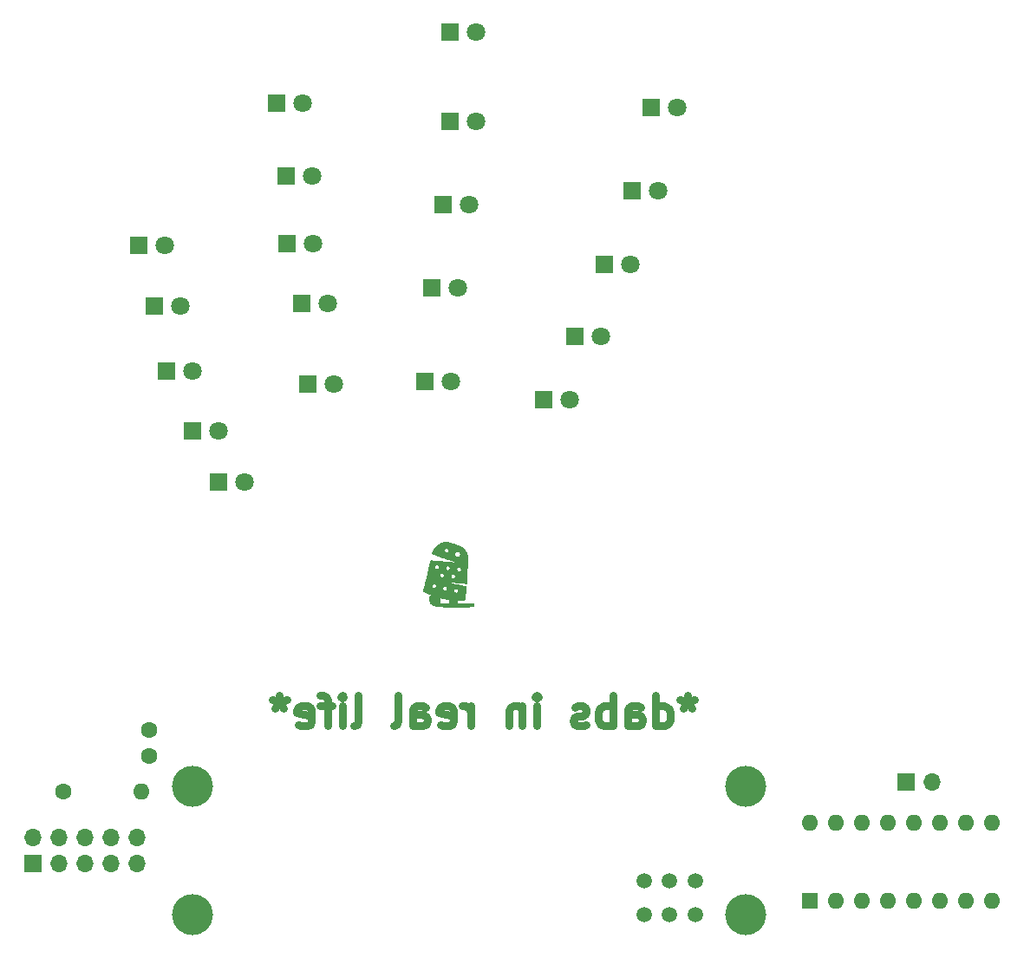
<source format=gbr>
G04 #@! TF.FileFunction,Soldermask,Bot*
%FSLAX46Y46*%
G04 Gerber Fmt 4.6, Leading zero omitted, Abs format (unit mm)*
G04 Created by KiCad (PCBNEW 4.0.6) date 11/09/17 22:15:05*
%MOMM*%
%LPD*%
G01*
G04 APERTURE LIST*
%ADD10C,0.100000*%
%ADD11C,0.750000*%
%ADD12C,0.010000*%
%ADD13C,4.000000*%
%ADD14R,1.800000X1.800000*%
%ADD15C,1.800000*%
%ADD16C,1.600000*%
%ADD17O,1.600000X1.600000*%
%ADD18C,1.500000*%
%ADD19R,1.600000X1.600000*%
%ADD20R,1.700000X1.700000*%
%ADD21O,1.700000X1.700000*%
G04 APERTURE END LIST*
D10*
D11*
X166359572Y-123579143D02*
X166359572Y-124293429D01*
X167073858Y-124007714D02*
X166359572Y-124293429D01*
X165645286Y-124007714D01*
X166788143Y-124864857D02*
X166359572Y-124293429D01*
X165931000Y-124864857D01*
X163216715Y-126579143D02*
X163216715Y-123579143D01*
X163216715Y-126436286D02*
X163502429Y-126579143D01*
X164073858Y-126579143D01*
X164359572Y-126436286D01*
X164502429Y-126293429D01*
X164645286Y-126007714D01*
X164645286Y-125150571D01*
X164502429Y-124864857D01*
X164359572Y-124722000D01*
X164073858Y-124579143D01*
X163502429Y-124579143D01*
X163216715Y-124722000D01*
X160502429Y-126579143D02*
X160502429Y-125007714D01*
X160645286Y-124722000D01*
X160931000Y-124579143D01*
X161502429Y-124579143D01*
X161788143Y-124722000D01*
X160502429Y-126436286D02*
X160788143Y-126579143D01*
X161502429Y-126579143D01*
X161788143Y-126436286D01*
X161931000Y-126150571D01*
X161931000Y-125864857D01*
X161788143Y-125579143D01*
X161502429Y-125436286D01*
X160788143Y-125436286D01*
X160502429Y-125293429D01*
X159073857Y-126579143D02*
X159073857Y-123579143D01*
X159073857Y-124722000D02*
X158788143Y-124579143D01*
X158216714Y-124579143D01*
X157931000Y-124722000D01*
X157788143Y-124864857D01*
X157645286Y-125150571D01*
X157645286Y-126007714D01*
X157788143Y-126293429D01*
X157931000Y-126436286D01*
X158216714Y-126579143D01*
X158788143Y-126579143D01*
X159073857Y-126436286D01*
X156502428Y-126436286D02*
X156216714Y-126579143D01*
X155645286Y-126579143D01*
X155359571Y-126436286D01*
X155216714Y-126150571D01*
X155216714Y-126007714D01*
X155359571Y-125722000D01*
X155645286Y-125579143D01*
X156073857Y-125579143D01*
X156359571Y-125436286D01*
X156502428Y-125150571D01*
X156502428Y-125007714D01*
X156359571Y-124722000D01*
X156073857Y-124579143D01*
X155645286Y-124579143D01*
X155359571Y-124722000D01*
X151645286Y-126579143D02*
X151645286Y-124579143D01*
X151645286Y-123579143D02*
X151788143Y-123722000D01*
X151645286Y-123864857D01*
X151502429Y-123722000D01*
X151645286Y-123579143D01*
X151645286Y-123864857D01*
X150216715Y-124579143D02*
X150216715Y-126579143D01*
X150216715Y-124864857D02*
X150073858Y-124722000D01*
X149788144Y-124579143D01*
X149359572Y-124579143D01*
X149073858Y-124722000D01*
X148931001Y-125007714D01*
X148931001Y-126579143D01*
X145216715Y-126579143D02*
X145216715Y-124579143D01*
X145216715Y-125150571D02*
X145073858Y-124864857D01*
X144931001Y-124722000D01*
X144645287Y-124579143D01*
X144359572Y-124579143D01*
X142216715Y-126436286D02*
X142502429Y-126579143D01*
X143073858Y-126579143D01*
X143359572Y-126436286D01*
X143502429Y-126150571D01*
X143502429Y-125007714D01*
X143359572Y-124722000D01*
X143073858Y-124579143D01*
X142502429Y-124579143D01*
X142216715Y-124722000D01*
X142073858Y-125007714D01*
X142073858Y-125293429D01*
X143502429Y-125579143D01*
X139502429Y-126579143D02*
X139502429Y-125007714D01*
X139645286Y-124722000D01*
X139931000Y-124579143D01*
X140502429Y-124579143D01*
X140788143Y-124722000D01*
X139502429Y-126436286D02*
X139788143Y-126579143D01*
X140502429Y-126579143D01*
X140788143Y-126436286D01*
X140931000Y-126150571D01*
X140931000Y-125864857D01*
X140788143Y-125579143D01*
X140502429Y-125436286D01*
X139788143Y-125436286D01*
X139502429Y-125293429D01*
X137645286Y-126579143D02*
X137931000Y-126436286D01*
X138073857Y-126150571D01*
X138073857Y-123579143D01*
X133788143Y-126579143D02*
X134073857Y-126436286D01*
X134216714Y-126150571D01*
X134216714Y-123579143D01*
X132645285Y-126579143D02*
X132645285Y-124579143D01*
X132645285Y-123579143D02*
X132788142Y-123722000D01*
X132645285Y-123864857D01*
X132502428Y-123722000D01*
X132645285Y-123579143D01*
X132645285Y-123864857D01*
X131645286Y-124579143D02*
X130502429Y-124579143D01*
X131216714Y-126579143D02*
X131216714Y-124007714D01*
X131073857Y-123722000D01*
X130788143Y-123579143D01*
X130502429Y-123579143D01*
X128359571Y-126436286D02*
X128645285Y-126579143D01*
X129216714Y-126579143D01*
X129502428Y-126436286D01*
X129645285Y-126150571D01*
X129645285Y-125007714D01*
X129502428Y-124722000D01*
X129216714Y-124579143D01*
X128645285Y-124579143D01*
X128359571Y-124722000D01*
X128216714Y-125007714D01*
X128216714Y-125293429D01*
X129645285Y-125579143D01*
X126502428Y-123579143D02*
X126502428Y-124293429D01*
X127216714Y-124007714D02*
X126502428Y-124293429D01*
X125788142Y-124007714D01*
X126930999Y-124864857D02*
X126502428Y-124293429D01*
X126073856Y-124864857D01*
D12*
G36*
X142657476Y-108599921D02*
X142565698Y-108607468D01*
X142488871Y-108619599D01*
X142473807Y-108623116D01*
X142377216Y-108654087D01*
X142271300Y-108699133D01*
X142164430Y-108754111D01*
X142064982Y-108814877D01*
X142015956Y-108849661D01*
X141894909Y-108951671D01*
X141773468Y-109074196D01*
X141655534Y-109212719D01*
X141545010Y-109362720D01*
X141464299Y-109488366D01*
X141422679Y-109568089D01*
X141402093Y-109633872D01*
X141402503Y-109685953D01*
X141423867Y-109724568D01*
X141424124Y-109724825D01*
X141438961Y-109731923D01*
X141476226Y-109746682D01*
X141534316Y-109768533D01*
X141611628Y-109796905D01*
X141706562Y-109831225D01*
X141817516Y-109870923D01*
X141942887Y-109915429D01*
X142081074Y-109964171D01*
X142230474Y-110016578D01*
X142389487Y-110072080D01*
X142556509Y-110130105D01*
X142715666Y-110185157D01*
X142887629Y-110244607D01*
X143052385Y-110301747D01*
X143208401Y-110356034D01*
X143354142Y-110406928D01*
X143488075Y-110453885D01*
X143608665Y-110496364D01*
X143714379Y-110533824D01*
X143803684Y-110565722D01*
X143875044Y-110591518D01*
X143926927Y-110610669D01*
X143957798Y-110622633D01*
X143966235Y-110626856D01*
X143951239Y-110626246D01*
X143912659Y-110623499D01*
X143852209Y-110618761D01*
X143771604Y-110612179D01*
X143672556Y-110603899D01*
X143556779Y-110594066D01*
X143425988Y-110582827D01*
X143281895Y-110570328D01*
X143126215Y-110556716D01*
X142960662Y-110542136D01*
X142786948Y-110526735D01*
X142663990Y-110515774D01*
X142484796Y-110499811D01*
X142311986Y-110484508D01*
X142147334Y-110470017D01*
X141992618Y-110456489D01*
X141849613Y-110444077D01*
X141720094Y-110432934D01*
X141605839Y-110423212D01*
X141508623Y-110415062D01*
X141430222Y-110408638D01*
X141372412Y-110404091D01*
X141336968Y-110401575D01*
X141326764Y-110401100D01*
X141273517Y-110406109D01*
X141238655Y-110423134D01*
X141216815Y-110455174D01*
X141213204Y-110464597D01*
X141208647Y-110483557D01*
X141200014Y-110525311D01*
X141187720Y-110587657D01*
X141172184Y-110668388D01*
X141153821Y-110765302D01*
X141133050Y-110876193D01*
X141110285Y-110998857D01*
X141085945Y-111131089D01*
X141060446Y-111270686D01*
X141051676Y-111318940D01*
X140903616Y-112134650D01*
X140727258Y-112689242D01*
X140690946Y-112804428D01*
X140657154Y-112913539D01*
X140626663Y-113013914D01*
X140600255Y-113102892D01*
X140578710Y-113177813D01*
X140562808Y-113236017D01*
X140553331Y-113274843D01*
X140550900Y-113290152D01*
X140554718Y-113329033D01*
X140563996Y-113360850D01*
X140564859Y-113362551D01*
X140581849Y-113377863D01*
X140619269Y-113401301D01*
X140674045Y-113431361D01*
X140743105Y-113466537D01*
X140823374Y-113505323D01*
X140911781Y-113546214D01*
X141005251Y-113587704D01*
X141100712Y-113628289D01*
X141141450Y-113645023D01*
X141206356Y-113671402D01*
X141265116Y-113695315D01*
X141312653Y-113714693D01*
X141343892Y-113727469D01*
X141351000Y-113730397D01*
X141370172Y-113739241D01*
X141371009Y-113745793D01*
X141351183Y-113754354D01*
X141335005Y-113759972D01*
X141254213Y-113800515D01*
X141188713Y-113860224D01*
X141140025Y-113936922D01*
X141109669Y-114028430D01*
X141100417Y-114095877D01*
X141103830Y-114222554D01*
X141131709Y-114342608D01*
X141183884Y-114455610D01*
X141260188Y-114561129D01*
X141299128Y-114602851D01*
X141399650Y-114688563D01*
X141508840Y-114751972D01*
X141631024Y-114795373D01*
X141684962Y-114807737D01*
X141785096Y-114824962D01*
X141908456Y-114841743D01*
X142052868Y-114857875D01*
X142216160Y-114873150D01*
X142396159Y-114887361D01*
X142590691Y-114900301D01*
X142754350Y-114909548D01*
X142814969Y-114911925D01*
X142898069Y-114913994D01*
X143000734Y-114915756D01*
X143120046Y-114917212D01*
X143253088Y-114918364D01*
X143396945Y-114919214D01*
X143548698Y-114919762D01*
X143705432Y-114920010D01*
X143864229Y-114919959D01*
X144022173Y-114919611D01*
X144176346Y-114918968D01*
X144323832Y-114918030D01*
X144461714Y-114916799D01*
X144587075Y-114915276D01*
X144696998Y-114913463D01*
X144788566Y-114911362D01*
X144858863Y-114908972D01*
X144868454Y-114908539D01*
X144950669Y-114904144D01*
X145035154Y-114898758D01*
X145113782Y-114892953D01*
X145178425Y-114887306D01*
X145198654Y-114885208D01*
X145289468Y-114873484D01*
X145357812Y-114860100D01*
X145406612Y-114843433D01*
X145438798Y-114821863D01*
X145457299Y-114793768D01*
X145465044Y-114757526D01*
X145465800Y-114737315D01*
X145461652Y-114684446D01*
X145445948Y-114649305D01*
X145413801Y-114625114D01*
X145373507Y-114609266D01*
X145356974Y-114604563D01*
X145336873Y-114600533D01*
X145311111Y-114597108D01*
X145277594Y-114594215D01*
X145234228Y-114591784D01*
X145178920Y-114589745D01*
X145109576Y-114588026D01*
X145024102Y-114586556D01*
X144920404Y-114585266D01*
X144796390Y-114584084D01*
X144649965Y-114582939D01*
X144579975Y-114582443D01*
X143852900Y-114577408D01*
X143852900Y-114540929D01*
X143844059Y-114463748D01*
X143820261Y-114383819D01*
X143788616Y-114319858D01*
X143768059Y-114286801D01*
X143754506Y-114263774D01*
X143751300Y-114257158D01*
X143763484Y-114256387D01*
X143797979Y-114256051D01*
X143851701Y-114256133D01*
X143921563Y-114256615D01*
X144004483Y-114257481D01*
X144097374Y-114258714D01*
X144136939Y-114259310D01*
X144246009Y-114260964D01*
X144332531Y-114262048D01*
X144399356Y-114262420D01*
X144449332Y-114261934D01*
X144485309Y-114260448D01*
X144510136Y-114257819D01*
X144526662Y-114253902D01*
X144537737Y-114248555D01*
X144546210Y-114241633D01*
X144549366Y-114238534D01*
X144571407Y-114208859D01*
X144578642Y-114191587D01*
X143163733Y-114191587D01*
X143160373Y-114203043D01*
X143148414Y-114229362D01*
X143141508Y-114243226D01*
X143125266Y-114293345D01*
X143117078Y-114358181D01*
X143117168Y-114428289D01*
X143125760Y-114494224D01*
X143134787Y-114527003D01*
X143153274Y-114579400D01*
X142896662Y-114579364D01*
X142796320Y-114578866D01*
X142683915Y-114577515D01*
X142569689Y-114575482D01*
X142463882Y-114572939D01*
X142403797Y-114571071D01*
X142167543Y-114562814D01*
X142173626Y-114446524D01*
X142171708Y-114334578D01*
X142152244Y-114232811D01*
X142113344Y-114135322D01*
X142053115Y-114036213D01*
X142033347Y-114008939D01*
X142010504Y-113976064D01*
X141998485Y-113953938D01*
X141999640Y-113946968D01*
X142000439Y-113947223D01*
X142018204Y-113952490D01*
X142056347Y-113962822D01*
X142110609Y-113977096D01*
X142176731Y-113994191D01*
X142246937Y-114012097D01*
X142448153Y-114060135D01*
X142656294Y-114104392D01*
X142860554Y-114142678D01*
X143014700Y-114167654D01*
X143072285Y-114176366D01*
X143119703Y-114183808D01*
X143151887Y-114189167D01*
X143163733Y-114191587D01*
X144578642Y-114191587D01*
X144582303Y-114182848D01*
X144586374Y-114158668D01*
X144593037Y-114113076D01*
X144601881Y-114049291D01*
X144612498Y-113970530D01*
X144624476Y-113880010D01*
X144637406Y-113780950D01*
X144650877Y-113676566D01*
X144664480Y-113570077D01*
X144677805Y-113464701D01*
X144690441Y-113363654D01*
X144691348Y-113356302D01*
X143948593Y-113356302D01*
X143931822Y-113417373D01*
X143895345Y-113474610D01*
X143841705Y-113523340D01*
X143808450Y-113543468D01*
X143752758Y-113561222D01*
X143693747Y-113556692D01*
X143640665Y-113536699D01*
X143581043Y-113496256D01*
X143537455Y-113442937D01*
X143512602Y-113381838D01*
X143509188Y-113318058D01*
X143513383Y-113296700D01*
X143540531Y-113235647D01*
X143584310Y-113182834D01*
X143638881Y-113143146D01*
X143698405Y-113121474D01*
X143725802Y-113118900D01*
X143788901Y-113130822D01*
X143848482Y-113163630D01*
X143899099Y-113212880D01*
X143935302Y-113274130D01*
X143943113Y-113296071D01*
X143948593Y-113356302D01*
X144691348Y-113356302D01*
X144701979Y-113270156D01*
X144712007Y-113187422D01*
X144720118Y-113118672D01*
X144725020Y-113074960D01*
X142870756Y-113074960D01*
X142867308Y-113142007D01*
X142838612Y-113210159D01*
X142832098Y-113220439D01*
X142793907Y-113261595D01*
X142742486Y-113295769D01*
X142687614Y-113317394D01*
X142653585Y-113322089D01*
X142618853Y-113316478D01*
X142576736Y-113302415D01*
X142562928Y-113296253D01*
X142520936Y-113268405D01*
X142483185Y-113231458D01*
X142475854Y-113221803D01*
X142441823Y-113154825D01*
X142433097Y-113089145D01*
X142449588Y-113025429D01*
X142491209Y-112964342D01*
X142512559Y-112942909D01*
X142575153Y-112899166D01*
X142639569Y-112880528D01*
X142704021Y-112886957D01*
X142766722Y-112918417D01*
X142802429Y-112948961D01*
X142849086Y-113010214D01*
X142870756Y-113074960D01*
X144725020Y-113074960D01*
X144725899Y-113067123D01*
X144728942Y-113035992D01*
X144729310Y-113029252D01*
X144722825Y-112983561D01*
X144700974Y-112952115D01*
X144659768Y-112930485D01*
X144633225Y-112922616D01*
X144611570Y-112917519D01*
X144567015Y-112907400D01*
X144501471Y-112892682D01*
X144416846Y-112873789D01*
X144315050Y-112851145D01*
X144283204Y-112844079D01*
X141823893Y-112844079D01*
X141818619Y-112905471D01*
X141793808Y-112965242D01*
X141751633Y-113018263D01*
X141694270Y-113059403D01*
X141690910Y-113061123D01*
X141629115Y-113084335D01*
X141573619Y-113086010D01*
X141517140Y-113065713D01*
X141489090Y-113049050D01*
X141432910Y-112999387D01*
X141398080Y-112940546D01*
X141384420Y-112876828D01*
X141391750Y-112812532D01*
X141419889Y-112751956D01*
X141468657Y-112699402D01*
X141504764Y-112675159D01*
X141570417Y-112651467D01*
X141636927Y-112651323D01*
X141700447Y-112673315D01*
X141757125Y-112716031D01*
X141803114Y-112778060D01*
X141807454Y-112786194D01*
X141823893Y-112844079D01*
X144283204Y-112844079D01*
X144197994Y-112825173D01*
X144067586Y-112796298D01*
X143925737Y-112764943D01*
X143774356Y-112731531D01*
X143615352Y-112696488D01*
X143479867Y-112666666D01*
X143318371Y-112631041D01*
X143164621Y-112596934D01*
X143020340Y-112564739D01*
X142887248Y-112534847D01*
X142767066Y-112507653D01*
X142661514Y-112483549D01*
X142572313Y-112462927D01*
X142501185Y-112446180D01*
X142449849Y-112433701D01*
X142420026Y-112425883D01*
X142413067Y-112423146D01*
X142428973Y-112423724D01*
X142468344Y-112426437D01*
X142529347Y-112431130D01*
X142610150Y-112437646D01*
X142708922Y-112445833D01*
X142823829Y-112455536D01*
X142953041Y-112466598D01*
X143094725Y-112478867D01*
X143247048Y-112492187D01*
X143408179Y-112506403D01*
X143576286Y-112521361D01*
X143578637Y-112521571D01*
X143746668Y-112536569D01*
X143907630Y-112550902D01*
X144059706Y-112564412D01*
X144201074Y-112576937D01*
X144329917Y-112588317D01*
X144444413Y-112598393D01*
X144542745Y-112607004D01*
X144623092Y-112613990D01*
X144683635Y-112619192D01*
X144722555Y-112622448D01*
X144738032Y-112623599D01*
X144738089Y-112623600D01*
X144758490Y-112615219D01*
X144784499Y-112594805D01*
X144786928Y-112592427D01*
X144818100Y-112561254D01*
X144818150Y-112417363D01*
X142361492Y-112417363D01*
X142349009Y-112419397D01*
X142332537Y-112417062D01*
X142332340Y-112412727D01*
X142349338Y-112409695D01*
X142356682Y-112411724D01*
X142361492Y-112417363D01*
X144818150Y-112417363D01*
X144818327Y-111910493D01*
X143661161Y-111910493D01*
X143656099Y-111977545D01*
X143626473Y-112039038D01*
X143590509Y-112079974D01*
X143528441Y-112125549D01*
X143464936Y-112145769D01*
X143399908Y-112140641D01*
X143333270Y-112110174D01*
X143325850Y-112105284D01*
X143276007Y-112059787D01*
X143240761Y-112003875D01*
X143223674Y-111944499D01*
X143224096Y-111906636D01*
X143247259Y-111834513D01*
X143249409Y-111831652D01*
X142568614Y-111831652D01*
X142558272Y-111876919D01*
X142550544Y-111896759D01*
X142511828Y-111962666D01*
X142456699Y-112010629D01*
X142424150Y-112028096D01*
X142375838Y-112046445D01*
X142335810Y-112049400D01*
X142292140Y-112036956D01*
X142271750Y-112028022D01*
X142203717Y-111985177D01*
X142156754Y-111930958D01*
X142131910Y-111868198D01*
X142130233Y-111799729D01*
X142152772Y-111728385D01*
X142157450Y-111719205D01*
X142176007Y-111676919D01*
X142187442Y-111636551D01*
X142189200Y-111620434D01*
X142191079Y-111594315D01*
X142199863Y-111588509D01*
X142213766Y-111594453D01*
X142239140Y-111601416D01*
X142280154Y-111606182D01*
X142319229Y-111607600D01*
X142400616Y-111618131D01*
X142468223Y-111649130D01*
X142520508Y-111699703D01*
X142542970Y-111737169D01*
X142563685Y-111788700D01*
X142568614Y-111831652D01*
X143249409Y-111831652D01*
X143291976Y-111775022D01*
X143337541Y-111740870D01*
X143376025Y-111720926D01*
X143411317Y-111710721D01*
X143452294Y-111709025D01*
X143507833Y-111714608D01*
X143517503Y-111715932D01*
X143565391Y-111719021D01*
X143600667Y-111714305D01*
X143606913Y-111711708D01*
X143623167Y-111705323D01*
X143628601Y-111713915D01*
X143626599Y-111741908D01*
X143628221Y-111782360D01*
X143638654Y-111827393D01*
X143641963Y-111836436D01*
X143661161Y-111910493D01*
X144818327Y-111910493D01*
X144818403Y-111693902D01*
X144818644Y-111526725D01*
X144819229Y-111372056D01*
X144820082Y-111240108D01*
X144235855Y-111240108D01*
X144230562Y-111277400D01*
X144202840Y-111345388D01*
X144158781Y-111395932D01*
X144097256Y-111429712D01*
X144017136Y-111447410D01*
X143943328Y-111450526D01*
X143832952Y-111448850D01*
X143837958Y-111414329D01*
X143835901Y-111383704D01*
X143825315Y-111341237D01*
X143814035Y-111310012D01*
X143798017Y-111268020D01*
X143792012Y-111238103D01*
X143794915Y-111209497D01*
X143801270Y-111185782D01*
X143825487Y-111135350D01*
X143848512Y-111106460D01*
X143137456Y-111106460D01*
X143134008Y-111173507D01*
X143105312Y-111241659D01*
X143098798Y-111251939D01*
X143060607Y-111293095D01*
X143009186Y-111327269D01*
X142954314Y-111348894D01*
X142920285Y-111353589D01*
X142886031Y-111347994D01*
X142843693Y-111333896D01*
X142827372Y-111326661D01*
X142770083Y-111286587D01*
X142728270Y-111232273D01*
X142704558Y-111169415D01*
X142701576Y-111103709D01*
X142709110Y-111070244D01*
X142733095Y-111026086D01*
X142745623Y-111011871D01*
X142066647Y-111011871D01*
X142063280Y-111079556D01*
X142035325Y-111146185D01*
X142028643Y-111156400D01*
X142017696Y-111184805D01*
X142011755Y-111224543D01*
X142011400Y-111236068D01*
X142010711Y-111269677D01*
X142006120Y-111282446D01*
X141993846Y-111278934D01*
X141982044Y-111271450D01*
X141943662Y-111258144D01*
X141884998Y-111254053D01*
X141877269Y-111254197D01*
X141806844Y-111249327D01*
X141750210Y-111228153D01*
X141699201Y-111187142D01*
X141683779Y-111170445D01*
X141644058Y-111108418D01*
X141628283Y-111042801D01*
X141636039Y-110977192D01*
X141666908Y-110915188D01*
X141719578Y-110861078D01*
X141783213Y-110825700D01*
X141849511Y-110814868D01*
X141915636Y-110828334D01*
X141978751Y-110865847D01*
X142000901Y-110885900D01*
X142045746Y-110946271D01*
X142066647Y-111011871D01*
X142745623Y-111011871D01*
X142772431Y-110981455D01*
X142819368Y-110943351D01*
X142866156Y-110918776D01*
X142881435Y-110914596D01*
X142948847Y-110914435D01*
X143014099Y-110938285D01*
X143069129Y-110980461D01*
X143115786Y-111041714D01*
X143137456Y-111106460D01*
X143848512Y-111106460D01*
X143864480Y-111086425D01*
X143911361Y-111045764D01*
X143959241Y-111020124D01*
X143974306Y-111016070D01*
X144039426Y-111015389D01*
X144101168Y-111035254D01*
X144155608Y-111071662D01*
X144198819Y-111120608D01*
X144226876Y-111178091D01*
X144235855Y-111240108D01*
X144820082Y-111240108D01*
X144820138Y-111231513D01*
X144821347Y-111106712D01*
X144822834Y-110999272D01*
X144824577Y-110910809D01*
X144826554Y-110842941D01*
X144828743Y-110797285D01*
X144831047Y-110775750D01*
X144842212Y-110718766D01*
X144853165Y-110643355D01*
X144863216Y-110556484D01*
X144871676Y-110465121D01*
X144877853Y-110376234D01*
X144881059Y-110296790D01*
X144881353Y-110267827D01*
X144871302Y-110061997D01*
X144842061Y-109871376D01*
X144820571Y-109793361D01*
X144143966Y-109793361D01*
X144129258Y-109867277D01*
X144097074Y-109928734D01*
X144039252Y-109995893D01*
X143972289Y-110041851D01*
X143899145Y-110065457D01*
X143822778Y-110065565D01*
X143775555Y-110053486D01*
X143704719Y-110016608D01*
X143646134Y-109963445D01*
X143603184Y-109898880D01*
X143579251Y-109827799D01*
X143576384Y-109765955D01*
X143595861Y-109689450D01*
X143636761Y-109618927D01*
X143695106Y-109560574D01*
X143718890Y-109544185D01*
X143792131Y-109512741D01*
X143868627Y-109504352D01*
X143943900Y-109517881D01*
X144013470Y-109552190D01*
X144072857Y-109606142D01*
X144097472Y-109640353D01*
X144133371Y-109717819D01*
X144143966Y-109793361D01*
X144820571Y-109793361D01*
X144793861Y-109696404D01*
X144726931Y-109537522D01*
X144641503Y-109395171D01*
X144630432Y-109381784D01*
X143026243Y-109381784D01*
X143025796Y-109445759D01*
X143004424Y-109507085D01*
X142963093Y-109561951D01*
X142902774Y-109606544D01*
X142868650Y-109622664D01*
X142813221Y-109632354D01*
X142751703Y-109622337D01*
X142700603Y-109599038D01*
X142647270Y-109554225D01*
X142609859Y-109498002D01*
X142590960Y-109436268D01*
X142593159Y-109374918D01*
X142596674Y-109362234D01*
X142630416Y-109292860D01*
X142678163Y-109241244D01*
X142735875Y-109208507D01*
X142799514Y-109195772D01*
X142865042Y-109204162D01*
X142928421Y-109234798D01*
X142960486Y-109261138D01*
X143004796Y-109318973D01*
X143026243Y-109381784D01*
X144630432Y-109381784D01*
X144537807Y-109269793D01*
X144416075Y-109161827D01*
X144276536Y-109071716D01*
X144247319Y-109056286D01*
X144209758Y-109039169D01*
X144151392Y-109015202D01*
X144075516Y-108985560D01*
X143985426Y-108951414D01*
X143884416Y-108913940D01*
X143775782Y-108874310D01*
X143662819Y-108833699D01*
X143548821Y-108793279D01*
X143437083Y-108754224D01*
X143330901Y-108717708D01*
X143233569Y-108684904D01*
X143148383Y-108656986D01*
X143078638Y-108635127D01*
X143027628Y-108620501D01*
X143014700Y-108617283D01*
X142942819Y-108605637D01*
X142854007Y-108598919D01*
X142756236Y-108597042D01*
X142657476Y-108599921D01*
X142657476Y-108599921D01*
G37*
X142657476Y-108599921D02*
X142565698Y-108607468D01*
X142488871Y-108619599D01*
X142473807Y-108623116D01*
X142377216Y-108654087D01*
X142271300Y-108699133D01*
X142164430Y-108754111D01*
X142064982Y-108814877D01*
X142015956Y-108849661D01*
X141894909Y-108951671D01*
X141773468Y-109074196D01*
X141655534Y-109212719D01*
X141545010Y-109362720D01*
X141464299Y-109488366D01*
X141422679Y-109568089D01*
X141402093Y-109633872D01*
X141402503Y-109685953D01*
X141423867Y-109724568D01*
X141424124Y-109724825D01*
X141438961Y-109731923D01*
X141476226Y-109746682D01*
X141534316Y-109768533D01*
X141611628Y-109796905D01*
X141706562Y-109831225D01*
X141817516Y-109870923D01*
X141942887Y-109915429D01*
X142081074Y-109964171D01*
X142230474Y-110016578D01*
X142389487Y-110072080D01*
X142556509Y-110130105D01*
X142715666Y-110185157D01*
X142887629Y-110244607D01*
X143052385Y-110301747D01*
X143208401Y-110356034D01*
X143354142Y-110406928D01*
X143488075Y-110453885D01*
X143608665Y-110496364D01*
X143714379Y-110533824D01*
X143803684Y-110565722D01*
X143875044Y-110591518D01*
X143926927Y-110610669D01*
X143957798Y-110622633D01*
X143966235Y-110626856D01*
X143951239Y-110626246D01*
X143912659Y-110623499D01*
X143852209Y-110618761D01*
X143771604Y-110612179D01*
X143672556Y-110603899D01*
X143556779Y-110594066D01*
X143425988Y-110582827D01*
X143281895Y-110570328D01*
X143126215Y-110556716D01*
X142960662Y-110542136D01*
X142786948Y-110526735D01*
X142663990Y-110515774D01*
X142484796Y-110499811D01*
X142311986Y-110484508D01*
X142147334Y-110470017D01*
X141992618Y-110456489D01*
X141849613Y-110444077D01*
X141720094Y-110432934D01*
X141605839Y-110423212D01*
X141508623Y-110415062D01*
X141430222Y-110408638D01*
X141372412Y-110404091D01*
X141336968Y-110401575D01*
X141326764Y-110401100D01*
X141273517Y-110406109D01*
X141238655Y-110423134D01*
X141216815Y-110455174D01*
X141213204Y-110464597D01*
X141208647Y-110483557D01*
X141200014Y-110525311D01*
X141187720Y-110587657D01*
X141172184Y-110668388D01*
X141153821Y-110765302D01*
X141133050Y-110876193D01*
X141110285Y-110998857D01*
X141085945Y-111131089D01*
X141060446Y-111270686D01*
X141051676Y-111318940D01*
X140903616Y-112134650D01*
X140727258Y-112689242D01*
X140690946Y-112804428D01*
X140657154Y-112913539D01*
X140626663Y-113013914D01*
X140600255Y-113102892D01*
X140578710Y-113177813D01*
X140562808Y-113236017D01*
X140553331Y-113274843D01*
X140550900Y-113290152D01*
X140554718Y-113329033D01*
X140563996Y-113360850D01*
X140564859Y-113362551D01*
X140581849Y-113377863D01*
X140619269Y-113401301D01*
X140674045Y-113431361D01*
X140743105Y-113466537D01*
X140823374Y-113505323D01*
X140911781Y-113546214D01*
X141005251Y-113587704D01*
X141100712Y-113628289D01*
X141141450Y-113645023D01*
X141206356Y-113671402D01*
X141265116Y-113695315D01*
X141312653Y-113714693D01*
X141343892Y-113727469D01*
X141351000Y-113730397D01*
X141370172Y-113739241D01*
X141371009Y-113745793D01*
X141351183Y-113754354D01*
X141335005Y-113759972D01*
X141254213Y-113800515D01*
X141188713Y-113860224D01*
X141140025Y-113936922D01*
X141109669Y-114028430D01*
X141100417Y-114095877D01*
X141103830Y-114222554D01*
X141131709Y-114342608D01*
X141183884Y-114455610D01*
X141260188Y-114561129D01*
X141299128Y-114602851D01*
X141399650Y-114688563D01*
X141508840Y-114751972D01*
X141631024Y-114795373D01*
X141684962Y-114807737D01*
X141785096Y-114824962D01*
X141908456Y-114841743D01*
X142052868Y-114857875D01*
X142216160Y-114873150D01*
X142396159Y-114887361D01*
X142590691Y-114900301D01*
X142754350Y-114909548D01*
X142814969Y-114911925D01*
X142898069Y-114913994D01*
X143000734Y-114915756D01*
X143120046Y-114917212D01*
X143253088Y-114918364D01*
X143396945Y-114919214D01*
X143548698Y-114919762D01*
X143705432Y-114920010D01*
X143864229Y-114919959D01*
X144022173Y-114919611D01*
X144176346Y-114918968D01*
X144323832Y-114918030D01*
X144461714Y-114916799D01*
X144587075Y-114915276D01*
X144696998Y-114913463D01*
X144788566Y-114911362D01*
X144858863Y-114908972D01*
X144868454Y-114908539D01*
X144950669Y-114904144D01*
X145035154Y-114898758D01*
X145113782Y-114892953D01*
X145178425Y-114887306D01*
X145198654Y-114885208D01*
X145289468Y-114873484D01*
X145357812Y-114860100D01*
X145406612Y-114843433D01*
X145438798Y-114821863D01*
X145457299Y-114793768D01*
X145465044Y-114757526D01*
X145465800Y-114737315D01*
X145461652Y-114684446D01*
X145445948Y-114649305D01*
X145413801Y-114625114D01*
X145373507Y-114609266D01*
X145356974Y-114604563D01*
X145336873Y-114600533D01*
X145311111Y-114597108D01*
X145277594Y-114594215D01*
X145234228Y-114591784D01*
X145178920Y-114589745D01*
X145109576Y-114588026D01*
X145024102Y-114586556D01*
X144920404Y-114585266D01*
X144796390Y-114584084D01*
X144649965Y-114582939D01*
X144579975Y-114582443D01*
X143852900Y-114577408D01*
X143852900Y-114540929D01*
X143844059Y-114463748D01*
X143820261Y-114383819D01*
X143788616Y-114319858D01*
X143768059Y-114286801D01*
X143754506Y-114263774D01*
X143751300Y-114257158D01*
X143763484Y-114256387D01*
X143797979Y-114256051D01*
X143851701Y-114256133D01*
X143921563Y-114256615D01*
X144004483Y-114257481D01*
X144097374Y-114258714D01*
X144136939Y-114259310D01*
X144246009Y-114260964D01*
X144332531Y-114262048D01*
X144399356Y-114262420D01*
X144449332Y-114261934D01*
X144485309Y-114260448D01*
X144510136Y-114257819D01*
X144526662Y-114253902D01*
X144537737Y-114248555D01*
X144546210Y-114241633D01*
X144549366Y-114238534D01*
X144571407Y-114208859D01*
X144578642Y-114191587D01*
X143163733Y-114191587D01*
X143160373Y-114203043D01*
X143148414Y-114229362D01*
X143141508Y-114243226D01*
X143125266Y-114293345D01*
X143117078Y-114358181D01*
X143117168Y-114428289D01*
X143125760Y-114494224D01*
X143134787Y-114527003D01*
X143153274Y-114579400D01*
X142896662Y-114579364D01*
X142796320Y-114578866D01*
X142683915Y-114577515D01*
X142569689Y-114575482D01*
X142463882Y-114572939D01*
X142403797Y-114571071D01*
X142167543Y-114562814D01*
X142173626Y-114446524D01*
X142171708Y-114334578D01*
X142152244Y-114232811D01*
X142113344Y-114135322D01*
X142053115Y-114036213D01*
X142033347Y-114008939D01*
X142010504Y-113976064D01*
X141998485Y-113953938D01*
X141999640Y-113946968D01*
X142000439Y-113947223D01*
X142018204Y-113952490D01*
X142056347Y-113962822D01*
X142110609Y-113977096D01*
X142176731Y-113994191D01*
X142246937Y-114012097D01*
X142448153Y-114060135D01*
X142656294Y-114104392D01*
X142860554Y-114142678D01*
X143014700Y-114167654D01*
X143072285Y-114176366D01*
X143119703Y-114183808D01*
X143151887Y-114189167D01*
X143163733Y-114191587D01*
X144578642Y-114191587D01*
X144582303Y-114182848D01*
X144586374Y-114158668D01*
X144593037Y-114113076D01*
X144601881Y-114049291D01*
X144612498Y-113970530D01*
X144624476Y-113880010D01*
X144637406Y-113780950D01*
X144650877Y-113676566D01*
X144664480Y-113570077D01*
X144677805Y-113464701D01*
X144690441Y-113363654D01*
X144691348Y-113356302D01*
X143948593Y-113356302D01*
X143931822Y-113417373D01*
X143895345Y-113474610D01*
X143841705Y-113523340D01*
X143808450Y-113543468D01*
X143752758Y-113561222D01*
X143693747Y-113556692D01*
X143640665Y-113536699D01*
X143581043Y-113496256D01*
X143537455Y-113442937D01*
X143512602Y-113381838D01*
X143509188Y-113318058D01*
X143513383Y-113296700D01*
X143540531Y-113235647D01*
X143584310Y-113182834D01*
X143638881Y-113143146D01*
X143698405Y-113121474D01*
X143725802Y-113118900D01*
X143788901Y-113130822D01*
X143848482Y-113163630D01*
X143899099Y-113212880D01*
X143935302Y-113274130D01*
X143943113Y-113296071D01*
X143948593Y-113356302D01*
X144691348Y-113356302D01*
X144701979Y-113270156D01*
X144712007Y-113187422D01*
X144720118Y-113118672D01*
X144725020Y-113074960D01*
X142870756Y-113074960D01*
X142867308Y-113142007D01*
X142838612Y-113210159D01*
X142832098Y-113220439D01*
X142793907Y-113261595D01*
X142742486Y-113295769D01*
X142687614Y-113317394D01*
X142653585Y-113322089D01*
X142618853Y-113316478D01*
X142576736Y-113302415D01*
X142562928Y-113296253D01*
X142520936Y-113268405D01*
X142483185Y-113231458D01*
X142475854Y-113221803D01*
X142441823Y-113154825D01*
X142433097Y-113089145D01*
X142449588Y-113025429D01*
X142491209Y-112964342D01*
X142512559Y-112942909D01*
X142575153Y-112899166D01*
X142639569Y-112880528D01*
X142704021Y-112886957D01*
X142766722Y-112918417D01*
X142802429Y-112948961D01*
X142849086Y-113010214D01*
X142870756Y-113074960D01*
X144725020Y-113074960D01*
X144725899Y-113067123D01*
X144728942Y-113035992D01*
X144729310Y-113029252D01*
X144722825Y-112983561D01*
X144700974Y-112952115D01*
X144659768Y-112930485D01*
X144633225Y-112922616D01*
X144611570Y-112917519D01*
X144567015Y-112907400D01*
X144501471Y-112892682D01*
X144416846Y-112873789D01*
X144315050Y-112851145D01*
X144283204Y-112844079D01*
X141823893Y-112844079D01*
X141818619Y-112905471D01*
X141793808Y-112965242D01*
X141751633Y-113018263D01*
X141694270Y-113059403D01*
X141690910Y-113061123D01*
X141629115Y-113084335D01*
X141573619Y-113086010D01*
X141517140Y-113065713D01*
X141489090Y-113049050D01*
X141432910Y-112999387D01*
X141398080Y-112940546D01*
X141384420Y-112876828D01*
X141391750Y-112812532D01*
X141419889Y-112751956D01*
X141468657Y-112699402D01*
X141504764Y-112675159D01*
X141570417Y-112651467D01*
X141636927Y-112651323D01*
X141700447Y-112673315D01*
X141757125Y-112716031D01*
X141803114Y-112778060D01*
X141807454Y-112786194D01*
X141823893Y-112844079D01*
X144283204Y-112844079D01*
X144197994Y-112825173D01*
X144067586Y-112796298D01*
X143925737Y-112764943D01*
X143774356Y-112731531D01*
X143615352Y-112696488D01*
X143479867Y-112666666D01*
X143318371Y-112631041D01*
X143164621Y-112596934D01*
X143020340Y-112564739D01*
X142887248Y-112534847D01*
X142767066Y-112507653D01*
X142661514Y-112483549D01*
X142572313Y-112462927D01*
X142501185Y-112446180D01*
X142449849Y-112433701D01*
X142420026Y-112425883D01*
X142413067Y-112423146D01*
X142428973Y-112423724D01*
X142468344Y-112426437D01*
X142529347Y-112431130D01*
X142610150Y-112437646D01*
X142708922Y-112445833D01*
X142823829Y-112455536D01*
X142953041Y-112466598D01*
X143094725Y-112478867D01*
X143247048Y-112492187D01*
X143408179Y-112506403D01*
X143576286Y-112521361D01*
X143578637Y-112521571D01*
X143746668Y-112536569D01*
X143907630Y-112550902D01*
X144059706Y-112564412D01*
X144201074Y-112576937D01*
X144329917Y-112588317D01*
X144444413Y-112598393D01*
X144542745Y-112607004D01*
X144623092Y-112613990D01*
X144683635Y-112619192D01*
X144722555Y-112622448D01*
X144738032Y-112623599D01*
X144738089Y-112623600D01*
X144758490Y-112615219D01*
X144784499Y-112594805D01*
X144786928Y-112592427D01*
X144818100Y-112561254D01*
X144818150Y-112417363D01*
X142361492Y-112417363D01*
X142349009Y-112419397D01*
X142332537Y-112417062D01*
X142332340Y-112412727D01*
X142349338Y-112409695D01*
X142356682Y-112411724D01*
X142361492Y-112417363D01*
X144818150Y-112417363D01*
X144818327Y-111910493D01*
X143661161Y-111910493D01*
X143656099Y-111977545D01*
X143626473Y-112039038D01*
X143590509Y-112079974D01*
X143528441Y-112125549D01*
X143464936Y-112145769D01*
X143399908Y-112140641D01*
X143333270Y-112110174D01*
X143325850Y-112105284D01*
X143276007Y-112059787D01*
X143240761Y-112003875D01*
X143223674Y-111944499D01*
X143224096Y-111906636D01*
X143247259Y-111834513D01*
X143249409Y-111831652D01*
X142568614Y-111831652D01*
X142558272Y-111876919D01*
X142550544Y-111896759D01*
X142511828Y-111962666D01*
X142456699Y-112010629D01*
X142424150Y-112028096D01*
X142375838Y-112046445D01*
X142335810Y-112049400D01*
X142292140Y-112036956D01*
X142271750Y-112028022D01*
X142203717Y-111985177D01*
X142156754Y-111930958D01*
X142131910Y-111868198D01*
X142130233Y-111799729D01*
X142152772Y-111728385D01*
X142157450Y-111719205D01*
X142176007Y-111676919D01*
X142187442Y-111636551D01*
X142189200Y-111620434D01*
X142191079Y-111594315D01*
X142199863Y-111588509D01*
X142213766Y-111594453D01*
X142239140Y-111601416D01*
X142280154Y-111606182D01*
X142319229Y-111607600D01*
X142400616Y-111618131D01*
X142468223Y-111649130D01*
X142520508Y-111699703D01*
X142542970Y-111737169D01*
X142563685Y-111788700D01*
X142568614Y-111831652D01*
X143249409Y-111831652D01*
X143291976Y-111775022D01*
X143337541Y-111740870D01*
X143376025Y-111720926D01*
X143411317Y-111710721D01*
X143452294Y-111709025D01*
X143507833Y-111714608D01*
X143517503Y-111715932D01*
X143565391Y-111719021D01*
X143600667Y-111714305D01*
X143606913Y-111711708D01*
X143623167Y-111705323D01*
X143628601Y-111713915D01*
X143626599Y-111741908D01*
X143628221Y-111782360D01*
X143638654Y-111827393D01*
X143641963Y-111836436D01*
X143661161Y-111910493D01*
X144818327Y-111910493D01*
X144818403Y-111693902D01*
X144818644Y-111526725D01*
X144819229Y-111372056D01*
X144820082Y-111240108D01*
X144235855Y-111240108D01*
X144230562Y-111277400D01*
X144202840Y-111345388D01*
X144158781Y-111395932D01*
X144097256Y-111429712D01*
X144017136Y-111447410D01*
X143943328Y-111450526D01*
X143832952Y-111448850D01*
X143837958Y-111414329D01*
X143835901Y-111383704D01*
X143825315Y-111341237D01*
X143814035Y-111310012D01*
X143798017Y-111268020D01*
X143792012Y-111238103D01*
X143794915Y-111209497D01*
X143801270Y-111185782D01*
X143825487Y-111135350D01*
X143848512Y-111106460D01*
X143137456Y-111106460D01*
X143134008Y-111173507D01*
X143105312Y-111241659D01*
X143098798Y-111251939D01*
X143060607Y-111293095D01*
X143009186Y-111327269D01*
X142954314Y-111348894D01*
X142920285Y-111353589D01*
X142886031Y-111347994D01*
X142843693Y-111333896D01*
X142827372Y-111326661D01*
X142770083Y-111286587D01*
X142728270Y-111232273D01*
X142704558Y-111169415D01*
X142701576Y-111103709D01*
X142709110Y-111070244D01*
X142733095Y-111026086D01*
X142745623Y-111011871D01*
X142066647Y-111011871D01*
X142063280Y-111079556D01*
X142035325Y-111146185D01*
X142028643Y-111156400D01*
X142017696Y-111184805D01*
X142011755Y-111224543D01*
X142011400Y-111236068D01*
X142010711Y-111269677D01*
X142006120Y-111282446D01*
X141993846Y-111278934D01*
X141982044Y-111271450D01*
X141943662Y-111258144D01*
X141884998Y-111254053D01*
X141877269Y-111254197D01*
X141806844Y-111249327D01*
X141750210Y-111228153D01*
X141699201Y-111187142D01*
X141683779Y-111170445D01*
X141644058Y-111108418D01*
X141628283Y-111042801D01*
X141636039Y-110977192D01*
X141666908Y-110915188D01*
X141719578Y-110861078D01*
X141783213Y-110825700D01*
X141849511Y-110814868D01*
X141915636Y-110828334D01*
X141978751Y-110865847D01*
X142000901Y-110885900D01*
X142045746Y-110946271D01*
X142066647Y-111011871D01*
X142745623Y-111011871D01*
X142772431Y-110981455D01*
X142819368Y-110943351D01*
X142866156Y-110918776D01*
X142881435Y-110914596D01*
X142948847Y-110914435D01*
X143014099Y-110938285D01*
X143069129Y-110980461D01*
X143115786Y-111041714D01*
X143137456Y-111106460D01*
X143848512Y-111106460D01*
X143864480Y-111086425D01*
X143911361Y-111045764D01*
X143959241Y-111020124D01*
X143974306Y-111016070D01*
X144039426Y-111015389D01*
X144101168Y-111035254D01*
X144155608Y-111071662D01*
X144198819Y-111120608D01*
X144226876Y-111178091D01*
X144235855Y-111240108D01*
X144820082Y-111240108D01*
X144820138Y-111231513D01*
X144821347Y-111106712D01*
X144822834Y-110999272D01*
X144824577Y-110910809D01*
X144826554Y-110842941D01*
X144828743Y-110797285D01*
X144831047Y-110775750D01*
X144842212Y-110718766D01*
X144853165Y-110643355D01*
X144863216Y-110556484D01*
X144871676Y-110465121D01*
X144877853Y-110376234D01*
X144881059Y-110296790D01*
X144881353Y-110267827D01*
X144871302Y-110061997D01*
X144842061Y-109871376D01*
X144820571Y-109793361D01*
X144143966Y-109793361D01*
X144129258Y-109867277D01*
X144097074Y-109928734D01*
X144039252Y-109995893D01*
X143972289Y-110041851D01*
X143899145Y-110065457D01*
X143822778Y-110065565D01*
X143775555Y-110053486D01*
X143704719Y-110016608D01*
X143646134Y-109963445D01*
X143603184Y-109898880D01*
X143579251Y-109827799D01*
X143576384Y-109765955D01*
X143595861Y-109689450D01*
X143636761Y-109618927D01*
X143695106Y-109560574D01*
X143718890Y-109544185D01*
X143792131Y-109512741D01*
X143868627Y-109504352D01*
X143943900Y-109517881D01*
X144013470Y-109552190D01*
X144072857Y-109606142D01*
X144097472Y-109640353D01*
X144133371Y-109717819D01*
X144143966Y-109793361D01*
X144820571Y-109793361D01*
X144793861Y-109696404D01*
X144726931Y-109537522D01*
X144641503Y-109395171D01*
X144630432Y-109381784D01*
X143026243Y-109381784D01*
X143025796Y-109445759D01*
X143004424Y-109507085D01*
X142963093Y-109561951D01*
X142902774Y-109606544D01*
X142868650Y-109622664D01*
X142813221Y-109632354D01*
X142751703Y-109622337D01*
X142700603Y-109599038D01*
X142647270Y-109554225D01*
X142609859Y-109498002D01*
X142590960Y-109436268D01*
X142593159Y-109374918D01*
X142596674Y-109362234D01*
X142630416Y-109292860D01*
X142678163Y-109241244D01*
X142735875Y-109208507D01*
X142799514Y-109195772D01*
X142865042Y-109204162D01*
X142928421Y-109234798D01*
X142960486Y-109261138D01*
X143004796Y-109318973D01*
X143026243Y-109381784D01*
X144630432Y-109381784D01*
X144537807Y-109269793D01*
X144416075Y-109161827D01*
X144276536Y-109071716D01*
X144247319Y-109056286D01*
X144209758Y-109039169D01*
X144151392Y-109015202D01*
X144075516Y-108985560D01*
X143985426Y-108951414D01*
X143884416Y-108913940D01*
X143775782Y-108874310D01*
X143662819Y-108833699D01*
X143548821Y-108793279D01*
X143437083Y-108754224D01*
X143330901Y-108717708D01*
X143233569Y-108684904D01*
X143148383Y-108656986D01*
X143078638Y-108635127D01*
X143027628Y-108620501D01*
X143014700Y-108617283D01*
X142942819Y-108605637D01*
X142854007Y-108598919D01*
X142756236Y-108597042D01*
X142657476Y-108599921D01*
D13*
X172000000Y-145000000D03*
X118000000Y-132500000D03*
X172000000Y-132500000D03*
D14*
X112776000Y-79629000D03*
D15*
X115316000Y-79629000D03*
D14*
X115443000Y-91948000D03*
D15*
X117983000Y-91948000D03*
D14*
X120523000Y-102743000D03*
D15*
X123063000Y-102743000D03*
D14*
X114300000Y-85598000D03*
D15*
X116840000Y-85598000D03*
D14*
X117983000Y-97790000D03*
D15*
X120523000Y-97790000D03*
D14*
X126238000Y-65786000D03*
D15*
X128778000Y-65786000D03*
D14*
X127254000Y-79502000D03*
D15*
X129794000Y-79502000D03*
D14*
X129286000Y-93218000D03*
D15*
X131826000Y-93218000D03*
D14*
X127127000Y-72898000D03*
D15*
X129667000Y-72898000D03*
D14*
X128651000Y-85344000D03*
D15*
X131191000Y-85344000D03*
D14*
X143129000Y-58801000D03*
D15*
X145669000Y-58801000D03*
D14*
X142494000Y-75692000D03*
D15*
X145034000Y-75692000D03*
D14*
X140716000Y-92964000D03*
D15*
X143256000Y-92964000D03*
D14*
X143129000Y-67564000D03*
D15*
X145669000Y-67564000D03*
D14*
X141351000Y-83820000D03*
D15*
X143891000Y-83820000D03*
D14*
X162814000Y-66167000D03*
D15*
X165354000Y-66167000D03*
D14*
X158242000Y-81534000D03*
D15*
X160782000Y-81534000D03*
D14*
X152273000Y-94742000D03*
D15*
X154813000Y-94742000D03*
D14*
X160909000Y-74295000D03*
D15*
X163449000Y-74295000D03*
D14*
X155321000Y-88519000D03*
D15*
X157861000Y-88519000D03*
D16*
X105380000Y-133000000D03*
D17*
X113000000Y-133000000D03*
D18*
X164632000Y-145032000D03*
X162132000Y-145032000D03*
X167132000Y-145032000D03*
X167132000Y-141732000D03*
X164632000Y-141732000D03*
X162132000Y-141732000D03*
D19*
X178300000Y-143620000D03*
D17*
X196080000Y-136000000D03*
X180840000Y-143620000D03*
X193540000Y-136000000D03*
X183380000Y-143620000D03*
X191000000Y-136000000D03*
X185920000Y-143620000D03*
X188460000Y-136000000D03*
X188460000Y-143620000D03*
X185920000Y-136000000D03*
X191000000Y-143620000D03*
X183380000Y-136000000D03*
X193540000Y-143620000D03*
X180840000Y-136000000D03*
X196080000Y-143620000D03*
X178300000Y-136000000D03*
D20*
X187706000Y-132080000D03*
D21*
X190246000Y-132080000D03*
D16*
X113750000Y-129500000D03*
X113750000Y-127000000D03*
D13*
X118000000Y-145000000D03*
D20*
X102460000Y-140000000D03*
D21*
X102460000Y-137460000D03*
X105000000Y-140000000D03*
X105000000Y-137460000D03*
X107540000Y-140000000D03*
X107540000Y-137460000D03*
X110080000Y-140000000D03*
X110080000Y-137460000D03*
X112620000Y-140000000D03*
X112620000Y-137460000D03*
M02*

</source>
